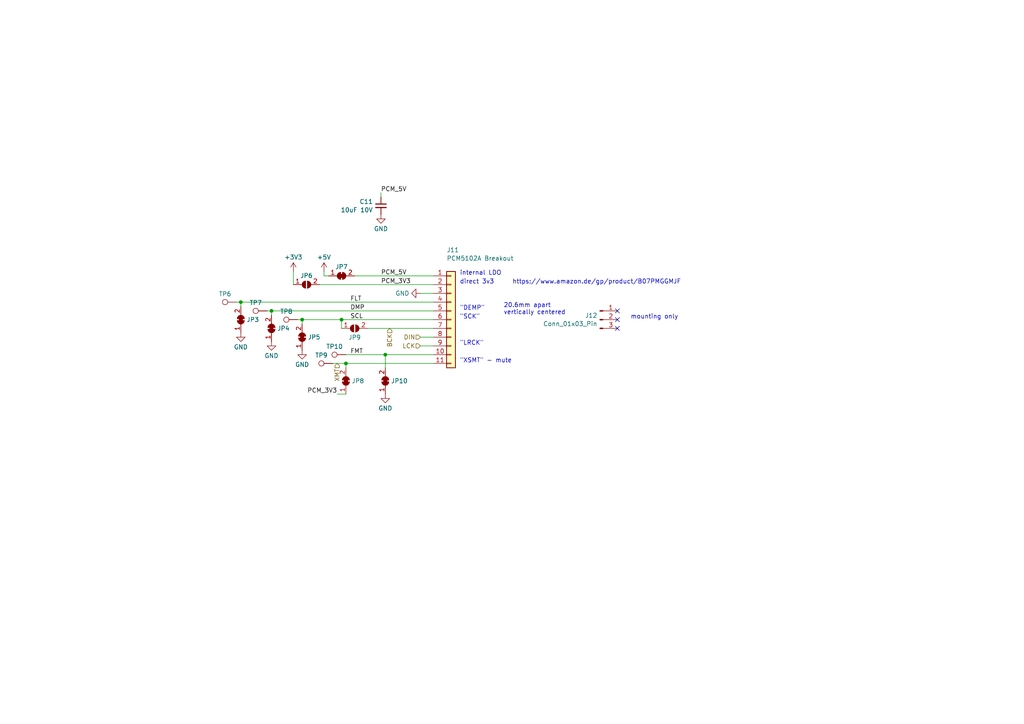
<source format=kicad_sch>
(kicad_sch (version 20230121) (generator eeschema)
  (paper "A4")
  (lib_symbols
    (symbol "Connector:Conn_01x03_Pin" (pin_names (offset 1.016) hide)
      (property "Reference" "J" (at 0 5.08 0))
      (property "Value" "Conn_01x03_Pin" (at 0 -5.08 0))
      (symbol "Conn_01x03_Pin_1_1"
        (polyline (pts (xy 1.27 -2.54) (xy 0.8636 -2.54)) (stroke (width 0.1524)))
        (polyline (pts (xy 1.27 0) (xy 0.8636 0)) (stroke (width 0.1524)))
        (polyline (pts (xy 1.27 2.54) (xy 0.8636 2.54)) (stroke (width 0.1524)))
        (rectangle (start 0.8636 -2.413) (end 0 -2.667) (stroke (width 0.1524)) (fill (type outline)))
        (rectangle (start 0.8636 0.127) (end 0 -0.127) (stroke (width 0.1524)) (fill (type outline)))
        (rectangle (start 0.8636 2.667) (end 0 2.413) (stroke (width 0.1524)) (fill (type outline)))
        (pin passive line (at 5.08 2.54 180) (length 3.81) (name "Pin_1") (number "1"))
        (pin passive line (at 5.08 0 180) (length 3.81) (name "Pin_2") (number "2"))
        (pin passive line (at 5.08 -2.54 180) (length 3.81) (name "Pin_3") (number "3"))
      )
    )
    (symbol "Connector:TestPoint" (pin_numbers hide) (pin_names (offset 0.762) hide)
      (property "Reference" "TP" (at 0 6.858 0))
      (property "Value" "TestPoint" (at 0 5.08 0))
      (symbol "TestPoint_0_1"
        (circle (center 0 3.302) (radius 0.762))
      )
      (symbol "TestPoint_1_1"
        (pin passive line (at 0 0 90) (length 2.54) (name "1") (number "1"))
      )
    )
    (symbol "Connector_Generic:Conn_01x11" (pin_names (offset 1.016) hide)
      (property "Reference" "J" (at 0 15.24 0))
      (property "Value" "Conn_01x11" (at 0 -15.24 0))
      (symbol "Conn_01x11_1_1"
        (rectangle (start -1.27 -12.573) (end 0 -12.827) (stroke (width 0.1524)))
        (rectangle (start -1.27 -10.033) (end 0 -10.287) (stroke (width 0.1524)))
        (rectangle (start -1.27 -7.493) (end 0 -7.747) (stroke (width 0.1524)))
        (rectangle (start -1.27 -4.953) (end 0 -5.207) (stroke (width 0.1524)))
        (rectangle (start -1.27 -2.413) (end 0 -2.667) (stroke (width 0.1524)))
        (rectangle (start -1.27 0.127) (end 0 -0.127) (stroke (width 0.1524)))
        (rectangle (start -1.27 2.667) (end 0 2.413) (stroke (width 0.1524)))
        (rectangle (start -1.27 5.207) (end 0 4.953) (stroke (width 0.1524)))
        (rectangle (start -1.27 7.747) (end 0 7.493) (stroke (width 0.1524)))
        (rectangle (start -1.27 10.287) (end 0 10.033) (stroke (width 0.1524)))
        (rectangle (start -1.27 12.827) (end 0 12.573) (stroke (width 0.1524)))
        (rectangle (start -1.27 13.97) (end 1.27 -13.97) (stroke (width 0.254)) (fill (type background)))
        (pin passive line (at -5.08 12.7 0) (length 3.81) (name "Pin_1") (number "1"))
        (pin passive line (at -5.08 -10.16 0) (length 3.81) (name "Pin_10") (number "10"))
        (pin passive line (at -5.08 -12.7 0) (length 3.81) (name "Pin_11") (number "11"))
        (pin passive line (at -5.08 10.16 0) (length 3.81) (name "Pin_2") (number "2"))
        (pin passive line (at -5.08 7.62 0) (length 3.81) (name "Pin_3") (number "3"))
        (pin passive line (at -5.08 5.08 0) (length 3.81) (name "Pin_4") (number "4"))
        (pin passive line (at -5.08 2.54 0) (length 3.81) (name "Pin_5") (number "5"))
        (pin passive line (at -5.08 0 0) (length 3.81) (name "Pin_6") (number "6"))
        (pin passive line (at -5.08 -2.54 0) (length 3.81) (name "Pin_7") (number "7"))
        (pin passive line (at -5.08 -5.08 0) (length 3.81) (name "Pin_8") (number "8"))
        (pin passive line (at -5.08 -7.62 0) (length 3.81) (name "Pin_9") (number "9"))
      )
    )
    (symbol "Device:C_Small" (pin_numbers hide) (pin_names (offset 0.254) hide)
      (property "Reference" "C" (at 0.254 1.778 0))
      (property "Value" "C_Small" (at 0.254 -2.032 0))
      (symbol "C_Small_0_1"
        (polyline (pts (xy -1.524 -0.508) (xy 1.524 -0.508)) (stroke (width 0.3302)))
        (polyline (pts (xy -1.524 0.508) (xy 1.524 0.508)) (stroke (width 0.3048)))
      )
      (symbol "C_Small_1_1"
        (pin passive line (at 0 2.54 270) (length 2.032) (name "~") (number "1"))
        (pin passive line (at 0 -2.54 90) (length 2.032) (name "~") (number "2"))
      )
    )
    (symbol "Jumper:SolderJumper_2_Bridged" (pin_names (offset 0) hide)
      (property "Reference" "JP" (at 0 2.032 0))
      (property "Value" "SolderJumper_2_Bridged" (at 0 -2.54 0))
      (symbol "SolderJumper_2_Bridged_0_1"
        (rectangle (start -0.508 0.508) (end 0.508 -0.508) (fill (type outline)))
        (arc (start -0.254 1.016) (mid -1.2656 0) (end -0.254 -1.016))
        (arc (start -0.254 1.016) (mid -1.2656 0) (end -0.254 -1.016) (fill (type outline)))
        (polyline (pts (xy -0.254 1.016) (xy -0.254 -1.016)))
        (polyline (pts (xy 0.254 1.016) (xy 0.254 -1.016)))
        (arc (start 0.254 -1.016) (mid 1.2656 0) (end 0.254 1.016))
        (arc (start 0.254 -1.016) (mid 1.2656 0) (end 0.254 1.016) (fill (type outline)))
      )
      (symbol "SolderJumper_2_Bridged_1_1"
        (pin passive line (at -3.81 0 0) (length 2.54) (name "A") (number "1"))
        (pin passive line (at 3.81 0 180) (length 2.54) (name "B") (number "2"))
      )
    )
    (symbol "Jumper:SolderJumper_2_Open" (pin_names (offset 0) hide)
      (property "Reference" "JP" (at 0 2.032 0))
      (property "Value" "SolderJumper_2_Open" (at 0 -2.54 0))
      (symbol "SolderJumper_2_Open_0_1"
        (arc (start -0.254 1.016) (mid -1.2656 0) (end -0.254 -1.016))
        (arc (start -0.254 1.016) (mid -1.2656 0) (end -0.254 -1.016) (fill (type outline)))
        (polyline (pts (xy -0.254 1.016) (xy -0.254 -1.016)))
        (polyline (pts (xy 0.254 1.016) (xy 0.254 -1.016)))
        (arc (start 0.254 -1.016) (mid 1.2656 0) (end 0.254 1.016))
        (arc (start 0.254 -1.016) (mid 1.2656 0) (end 0.254 1.016) (fill (type outline)))
      )
      (symbol "SolderJumper_2_Open_1_1"
        (pin passive line (at -3.81 0 0) (length 2.54) (name "A") (number "1"))
        (pin passive line (at 3.81 0 180) (length 2.54) (name "B") (number "2"))
      )
    )
    (symbol "power:+3V3" (power) (pin_names (offset 0))
      (property "Value" "+3V3" (at 0 3.556 0))
      (symbol "+3V3_0_1"
        (polyline (pts (xy -0.762 1.27) (xy 0 2.54)))
        (polyline (pts (xy 0 0) (xy 0 2.54)))
        (polyline (pts (xy 0 2.54) (xy 0.762 1.27)))
      )
      (symbol "+3V3_1_1"
        (pin power_in line (at 0 0 90) (length 0) hide (name "+3V3") (number "1"))
      )
    )
    (symbol "power:+5V" (power) (pin_names (offset 0))
      (property "Value" "+5V" (at 0 3.556 0))
      (symbol "+5V_0_1"
        (polyline (pts (xy -0.762 1.27) (xy 0 2.54)))
        (polyline (pts (xy 0 0) (xy 0 2.54)))
        (polyline (pts (xy 0 2.54) (xy 0.762 1.27)))
      )
      (symbol "+5V_1_1"
        (pin power_in line (at 0 0 90) (length 0) hide (name "+5V") (number "1"))
      )
    )
    (symbol "power:GND" (power) (pin_names (offset 0))
      (property "Value" "GND" (at 0 -3.81 0))
      (symbol "GND_0_1"
        (polyline (pts (xy 0 0) (xy 0 -1.27) (xy 1.27 -1.27) (xy 0 -2.54) (xy -1.27 -1.27) (xy 0 -1.27)))
      )
      (symbol "GND_1_1"
        (pin power_in line (at 0 0 270) (length 0) hide (name "GND") (number "1"))
      )
    )
  )
  (junction (at 69.85 87.63))
  (junction (at 99.06 92.71))
  (junction (at 78.74 90.17))
  (junction (at 100.33 105.41))
  (junction (at 87.63 92.71))
  (junction (at 111.76 102.87))
  (no_connect (at 179.07 92.71))
  (no_connect (at 179.07 90.17))
  (no_connect (at 179.07 95.25))
  (wire (pts (xy 99.06 92.71) (xy 99.06 95.25)))
  (wire (pts (xy 110.49 55.88) (xy 110.49 57.15)))
  (wire (pts (xy 92.71 82.55) (xy 125.73 82.55)))
  (wire (pts (xy 97.79 114.3) (xy 100.33 114.3)))
  (wire (pts (xy 95.25 80.01) (xy 93.98 80.01)))
  (wire (pts (xy 78.74 90.17) (xy 125.73 90.17)))
  (wire (pts (xy 102.87 80.01) (xy 125.73 80.01)))
  (wire (pts (xy 87.63 92.71) (xy 87.63 93.98)))
  (wire (pts (xy 77.47 90.17) (xy 78.74 90.17)))
  (wire (pts (xy 69.85 87.63) (xy 125.73 87.63)))
  (wire (pts (xy 78.74 90.17) (xy 78.74 91.44)))
  (wire (pts (xy 69.85 87.63) (xy 69.85 88.9)))
  (wire (pts (xy 93.98 80.01) (xy 93.98 78.74)))
  (wire (pts (xy 121.92 100.33) (xy 125.73 100.33)))
  (wire (pts (xy 100.33 105.41) (xy 100.33 106.68)))
  (wire (pts (xy 87.63 92.71) (xy 99.06 92.71)))
  (wire (pts (xy 100.33 102.87) (xy 111.76 102.87)))
  (wire (pts (xy 111.76 102.87) (xy 111.76 106.68)))
  (wire (pts (xy 86.36 92.71) (xy 87.63 92.71)))
  (wire (pts (xy 121.92 85.09) (xy 125.73 85.09)))
  (wire (pts (xy 106.68 95.25) (xy 125.73 95.25)))
  (wire (pts (xy 68.58 87.63) (xy 69.85 87.63)))
  (wire (pts (xy 96.52 105.41) (xy 100.33 105.41)))
  (wire (pts (xy 121.92 97.79) (xy 125.73 97.79)))
  (wire (pts (xy 100.33 105.41) (xy 125.73 105.41)))
  (wire (pts (xy 85.09 78.74) (xy 85.09 82.55)))
  (wire (pts (xy 99.06 92.71) (xy 125.73 92.71)))
  (wire (pts (xy 111.76 102.87) (xy 125.73 102.87)))
  (text "\"XSMT\" - mute" (at 133.35 105.41 0) (effects (font (size 1.27 1.27)) (justify left bottom)))
  (text "mounting only" (at 182.88 92.71 0) (effects (font (size 1.27 1.27)) (justify left bottom)))
  (text "internal LDO" (at 133.35 80.01 0) (effects (font (size 1.27 1.27)) (justify left bottom)))
  (text "\"DEMP\"" (at 133.35 90.17 0) (effects (font (size 1.27 1.27)) (justify left bottom)))
  (text "20.6mm apart\nvertically centered" (at 146.05 91.44 0) (effects (font (size 1.27 1.27)) (justify left bottom)))
  (text "https://www.amazon.de/gp/product/B07PMGGMJF" (at 148.59 82.55 0) (effects (font (size 1.27 1.27)) (justify left bottom)))
  (text "\"LRCK\"" (at 133.35 100.33 0) (effects (font (size 1.27 1.27)) (justify left bottom)))
  (text "\"SCK\"" (at 133.35 92.71 0) (effects (font (size 1.27 1.27)) (justify left bottom)))
  (text "direct 3v3" (at 133.35 82.55 0) (effects (font (size 1.27 1.27)) (justify left bottom)))
  (label "PCM_5V" (at 110.49 55.88 0))
  (label "PCM_3V3" (at 97.79 114.3 180))
  (label "PCM_3V3" (at 110.49 82.55 0))
  (label "FMT" (at 101.6 102.87 0))
  (label "PCM_5V" (at 110.49 80.01 0))
  (label "FLT" (at 101.6 87.63 0))
  (label "SCL" (at 101.6 92.71 0))
  (label "DMP" (at 101.6 90.17 0))
  (hierarchical_label "BCK" (shape input) (at 113.03 95.25 270))
  (hierarchical_label "XMT" (shape input) (at 97.79 105.41 270))
  (hierarchical_label "LCK" (shape input) (at 121.92 100.33 180))
  (hierarchical_label "DIN" (shape input) (at 121.92 97.79 180))
  (symbol (lib_id "power:+5V") (at 93.98 78.74 0) (unit 1)
    (property "Reference" "#PWR052" (effects hide))
    (property "Value" "+5V" (at 93.98 74.6069 0))
  )
  (symbol (lib_id "power:+3V3") (at 85.09 78.74 0) (unit 1)
    (property "Reference" "#PWR050" (effects hide))
    (property "Value" "+3V3" (at 85.09 74.6069 0))
  )
  (symbol (lib_id "Jumper:SolderJumper_2_Bridged") (at 69.85 92.71 90) (unit 1) (in_bom no)
    (property "Reference" "JP3" (at 71.501 92.71 90) (effects (justify right)))
    (property "Value" "SolderJumper_2_Bridged" (effects hide))
    (property "Footprint" "Jumper:SolderJumper-2_P1.3mm_Bridged_Pad1.0x1.5mm" (effects hide))
  )
  (symbol (lib_id "Jumper:SolderJumper_2_Open") (at 102.87 95.25 0) (unit 1) (in_bom no)
    (property "Reference" "JP9" (at 102.87 97.8591 0))
    (property "Value" "SolderJumper_2_Open" (effects hide))
    (property "Footprint" "Jumper:SolderJumper-2_P1.3mm_Open_Pad1.0x1.5mm" (effects hide))
  )
  (symbol (lib_id "Jumper:SolderJumper_2_Bridged") (at 99.06 80.01 0) (unit 1) (in_bom no)
    (property "Reference" "JP7" (at 99.06 77.4009 0))
    (property "Value" "SolderJumper_2_Bridged" (effects hide))
    (property "Footprint" "Jumper:SolderJumper-2_P1.3mm_Bridged_Pad1.0x1.5mm" (effects hide))
  )
  (symbol (lib_id "Connector:TestPoint") (at 100.33 102.87 90) (unit 1) (in_bom no)
    (property "Reference" "TP10" (at 97.028 100.5149 90))
    (property "Value" "TestPoint" (effects hide))
    (property "Footprint" "TestPoint:TestPoint_Pad_D1.5mm" (effects hide))
  )
  (symbol (lib_id "power:GND") (at 121.92 85.09 270) (mirror x) (unit 1)
    (property "Reference" "#PWR055" (effects hide))
    (property "Value" "GND" (at 118.7451 85.09 90) (effects (justify right)))
  )
  (symbol (lib_id "Connector_Generic:Conn_01x11") (at 130.81 92.71 0) (unit 1)
    (property "Reference" "J11" (at 129.54 72.5058 0) (effects (justify left)))
    (property "Value" "PCM5102A Breakout" (at 129.54 74.93 0) (effects (justify left)))
    (property "Footprint" "Connector_PinSocket_2.54mm:PinSocket_1x11_P2.54mm_Vertical" (effects hide))
    (property "Datasheet" "https://www.ti.com/lit/ds/symlink/pcm5102a.pdf" (effects hide))
  )
  (symbol (lib_id "Jumper:SolderJumper_2_Bridged") (at 78.74 95.25 90) (unit 1) (in_bom no)
    (property "Reference" "JP4" (at 80.391 95.25 90) (effects (justify right)))
    (property "Value" "SolderJumper_2_Bridged" (effects hide))
    (property "Footprint" "Jumper:SolderJumper-2_P1.3mm_Bridged_Pad1.0x1.5mm" (effects hide))
  )
  (symbol (lib_id "Jumper:SolderJumper_2_Bridged") (at 111.76 110.49 90) (unit 1) (in_bom no)
    (property "Reference" "JP10" (at 113.411 110.49 90) (effects (justify right)))
    (property "Value" "SolderJumper_2_Bridged" (effects hide))
    (property "Footprint" "Jumper:SolderJumper-2_P1.3mm_Bridged_Pad1.0x1.5mm" (effects hide))
  )
  (symbol (lib_id "Connector:TestPoint") (at 68.58 87.63 90) (unit 1) (in_bom no)
    (property "Reference" "TP6" (at 65.278 85.2749 90))
    (property "Value" "TestPoint" (effects hide))
    (property "Footprint" "TestPoint:TestPoint_Pad_D1.5mm" (effects hide))
  )
  (symbol (lib_id "Connector:TestPoint") (at 96.52 105.41 90) (unit 1) (in_bom no)
    (property "Reference" "TP9" (at 93.218 103.0549 90))
    (property "Value" "TestPoint" (effects hide))
    (property "Footprint" "TestPoint:TestPoint_Pad_D1.5mm" (effects hide))
  )
  (symbol (lib_id "Connector:TestPoint") (at 86.36 92.71 90) (unit 1) (in_bom no)
    (property "Reference" "TP8" (at 83.058 90.3549 90))
    (property "Value" "TestPoint" (effects hide))
    (property "Footprint" "TestPoint:TestPoint_Pad_D1.5mm" (effects hide))
  )
  (symbol (lib_id "Jumper:SolderJumper_2_Bridged") (at 100.33 110.49 90) (unit 1) (in_bom no)
    (property "Reference" "JP8" (at 101.981 110.49 90) (effects (justify right)))
    (property "Value" "SolderJumper_2_Bridged" (effects hide))
    (property "Footprint" "Jumper:SolderJumper-2_P1.3mm_Bridged_Pad1.0x1.5mm" (effects hide))
  )
  (symbol (lib_id "power:GND") (at 69.85 96.52 0) (mirror y) (unit 1)
    (property "Reference" "#PWR048" (effects hide))
    (property "Value" "GND" (at 69.85 100.6531 0))
  )
  (symbol (lib_id "Jumper:SolderJumper_2_Bridged") (at 87.63 97.79 90) (unit 1) (in_bom no)
    (property "Reference" "JP5" (at 89.281 97.79 90) (effects (justify right)))
    (property "Value" "SolderJumper_2_Bridged" (effects hide))
    (property "Footprint" "Jumper:SolderJumper-2_P1.3mm_Bridged_Pad1.0x1.5mm" (effects hide))
  )
  (symbol (lib_id "Connector:Conn_01x03_Pin") (at 173.99 92.71 0) (unit 1)
    (property "Reference" "J12" (at 173.2789 91.4979 0) (effects (justify right)))
    (property "Value" "Conn_01x03_Pin" (at 173.2789 93.9221 0) (effects (justify right)))
    (property "Footprint" "Connector_PinSocket_2.54mm:PinSocket_1x03_P2.54mm_Vertical" (effects hide))
  )
  (symbol (lib_id "power:GND") (at 87.63 101.6 0) (mirror y) (unit 1)
    (property "Reference" "#PWR051" (effects hide))
    (property "Value" "GND" (at 87.63 105.7331 0))
  )
  (symbol (lib_id "Jumper:SolderJumper_2_Open") (at 88.9 82.55 0) (unit 1) (in_bom no)
    (property "Reference" "JP6" (at 88.9 79.9409 0))
    (property "Value" "SolderJumper_2_Open" (effects hide))
    (property "Footprint" "Jumper:SolderJumper-2_P1.3mm_Open_Pad1.0x1.5mm" (effects hide))
  )
  (symbol (lib_id "power:GND") (at 78.74 99.06 0) (mirror y) (unit 1)
    (property "Reference" "#PWR049" (effects hide))
    (property "Value" "GND" (at 78.74 103.1931 0))
  )
  (symbol (lib_id "power:GND") (at 111.76 114.3 0) (mirror y) (unit 1)
    (property "Reference" "#PWR054" (effects hide))
    (property "Value" "GND" (at 111.76 118.4331 0))
  )
  (symbol (lib_id "power:GND") (at 110.49 62.23 0) (mirror y) (unit 1)
    (property "Reference" "#PWR053" (effects hide))
    (property "Value" "GND" (at 110.49 66.3631 0))
  )
  (symbol (lib_id "Connector:TestPoint") (at 77.47 90.17 90) (unit 1) (in_bom no)
    (property "Reference" "TP7" (at 74.168 87.8149 90))
    (property "Value" "TestPoint" (effects hide))
    (property "Footprint" "TestPoint:TestPoint_Pad_D1.5mm" (effects hide))
  )
  (symbol (lib_id "Device:C_Small") (at 110.49 59.69 0) (mirror y) (unit 1)
    (property "Reference" "C11" (at 108.1659 58.4842 0) (effects (justify left)))
    (property "Value" "10uF 10V" (at 108.1659 60.9084 0) (effects (justify left)))
    (property "Footprint" "Capacitor_SMD:C_0805_2012Metric" (effects hide))
  )
)
</source>
